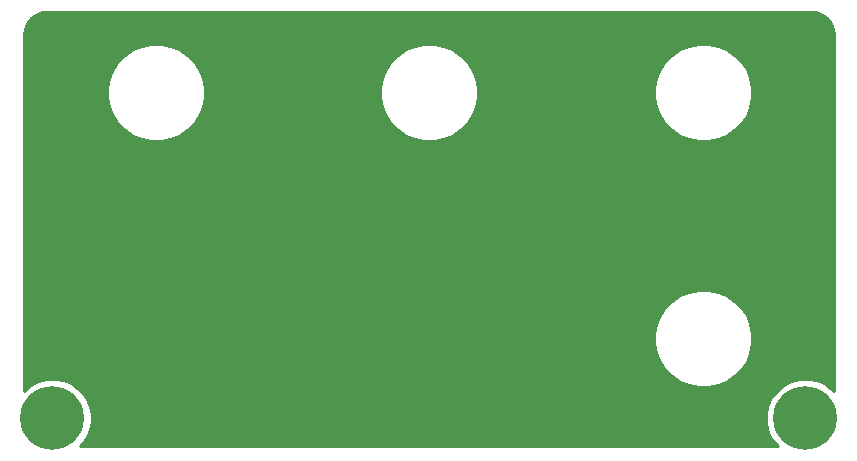
<source format=gbr>
G04 #@! TF.GenerationSoftware,KiCad,Pcbnew,(5.1.6-0-10_14)*
G04 #@! TF.CreationDate,2020-06-02T19:47:16-04:00*
G04 #@! TF.ProjectId,RX EQ Shield - Faceplate,52582045-5120-4536-9869-656c64202d20,rev?*
G04 #@! TF.SameCoordinates,Original*
G04 #@! TF.FileFunction,Copper,L1,Top*
G04 #@! TF.FilePolarity,Positive*
%FSLAX46Y46*%
G04 Gerber Fmt 4.6, Leading zero omitted, Abs format (unit mm)*
G04 Created by KiCad (PCBNEW (5.1.6-0-10_14)) date 2020-06-02 19:47:16*
%MOMM*%
%LPD*%
G01*
G04 APERTURE LIST*
G04 #@! TA.AperFunction,ComponentPad*
%ADD10C,5.400000*%
G04 #@! TD*
G04 #@! TA.AperFunction,NonConductor*
%ADD11C,0.254000*%
G04 #@! TD*
G04 APERTURE END LIST*
D10*
X168402000Y-154432000D03*
X104648000Y-154432000D03*
D11*
G36*
X169274545Y-120078909D02*
G01*
X169625208Y-120184780D01*
X169948625Y-120356744D01*
X170232484Y-120588254D01*
X170465965Y-120870486D01*
X170640183Y-121192695D01*
X170748502Y-121542614D01*
X170790000Y-121937443D01*
X170790001Y-152103598D01*
X170527939Y-151841536D01*
X169981715Y-151476561D01*
X169374784Y-151225162D01*
X168730469Y-151097000D01*
X168073531Y-151097000D01*
X167429216Y-151225162D01*
X166822285Y-151476561D01*
X166276061Y-151841536D01*
X165811536Y-152306061D01*
X165446561Y-152852285D01*
X165195162Y-153459216D01*
X165067000Y-154103531D01*
X165067000Y-154760469D01*
X165195162Y-155404784D01*
X165446561Y-156011715D01*
X165811536Y-156557939D01*
X166073597Y-156820000D01*
X106976403Y-156820000D01*
X107238464Y-156557939D01*
X107603439Y-156011715D01*
X107854838Y-155404784D01*
X107983000Y-154760469D01*
X107983000Y-154103531D01*
X107854838Y-153459216D01*
X107603439Y-152852285D01*
X107238464Y-152306061D01*
X106773939Y-151841536D01*
X106227715Y-151476561D01*
X105620784Y-151225162D01*
X104976469Y-151097000D01*
X104319531Y-151097000D01*
X103675216Y-151225162D01*
X103068285Y-151476561D01*
X102522061Y-151841536D01*
X102260000Y-152103597D01*
X102260000Y-147286738D01*
X155631000Y-147286738D01*
X155631000Y-148101262D01*
X155789906Y-148900135D01*
X156101611Y-149652657D01*
X156554136Y-150329909D01*
X157130091Y-150905864D01*
X157807343Y-151358389D01*
X158559865Y-151670094D01*
X159358738Y-151829000D01*
X160173262Y-151829000D01*
X160972135Y-151670094D01*
X161724657Y-151358389D01*
X162401909Y-150905864D01*
X162977864Y-150329909D01*
X163430389Y-149652657D01*
X163742094Y-148900135D01*
X163901000Y-148101262D01*
X163901000Y-147286738D01*
X163742094Y-146487865D01*
X163430389Y-145735343D01*
X162977864Y-145058091D01*
X162401909Y-144482136D01*
X161724657Y-144029611D01*
X160972135Y-143717906D01*
X160173262Y-143559000D01*
X159358738Y-143559000D01*
X158559865Y-143717906D01*
X157807343Y-144029611D01*
X157130091Y-144482136D01*
X156554136Y-145058091D01*
X156101611Y-145735343D01*
X155789906Y-146487865D01*
X155631000Y-147286738D01*
X102260000Y-147286738D01*
X102260000Y-126458738D01*
X109276000Y-126458738D01*
X109276000Y-127273262D01*
X109434906Y-128072135D01*
X109746611Y-128824657D01*
X110199136Y-129501909D01*
X110775091Y-130077864D01*
X111452343Y-130530389D01*
X112204865Y-130842094D01*
X113003738Y-131001000D01*
X113818262Y-131001000D01*
X114617135Y-130842094D01*
X115369657Y-130530389D01*
X116046909Y-130077864D01*
X116622864Y-129501909D01*
X117075389Y-128824657D01*
X117387094Y-128072135D01*
X117546000Y-127273262D01*
X117546000Y-126458738D01*
X132390000Y-126458738D01*
X132390000Y-127273262D01*
X132548906Y-128072135D01*
X132860611Y-128824657D01*
X133313136Y-129501909D01*
X133889091Y-130077864D01*
X134566343Y-130530389D01*
X135318865Y-130842094D01*
X136117738Y-131001000D01*
X136932262Y-131001000D01*
X137731135Y-130842094D01*
X138483657Y-130530389D01*
X139160909Y-130077864D01*
X139736864Y-129501909D01*
X140189389Y-128824657D01*
X140501094Y-128072135D01*
X140660000Y-127273262D01*
X140660000Y-126458738D01*
X155631000Y-126458738D01*
X155631000Y-127273262D01*
X155789906Y-128072135D01*
X156101611Y-128824657D01*
X156554136Y-129501909D01*
X157130091Y-130077864D01*
X157807343Y-130530389D01*
X158559865Y-130842094D01*
X159358738Y-131001000D01*
X160173262Y-131001000D01*
X160972135Y-130842094D01*
X161724657Y-130530389D01*
X162401909Y-130077864D01*
X162977864Y-129501909D01*
X163430389Y-128824657D01*
X163742094Y-128072135D01*
X163901000Y-127273262D01*
X163901000Y-126458738D01*
X163742094Y-125659865D01*
X163430389Y-124907343D01*
X162977864Y-124230091D01*
X162401909Y-123654136D01*
X161724657Y-123201611D01*
X160972135Y-122889906D01*
X160173262Y-122731000D01*
X159358738Y-122731000D01*
X158559865Y-122889906D01*
X157807343Y-123201611D01*
X157130091Y-123654136D01*
X156554136Y-124230091D01*
X156101611Y-124907343D01*
X155789906Y-125659865D01*
X155631000Y-126458738D01*
X140660000Y-126458738D01*
X140501094Y-125659865D01*
X140189389Y-124907343D01*
X139736864Y-124230091D01*
X139160909Y-123654136D01*
X138483657Y-123201611D01*
X137731135Y-122889906D01*
X136932262Y-122731000D01*
X136117738Y-122731000D01*
X135318865Y-122889906D01*
X134566343Y-123201611D01*
X133889091Y-123654136D01*
X133313136Y-124230091D01*
X132860611Y-124907343D01*
X132548906Y-125659865D01*
X132390000Y-126458738D01*
X117546000Y-126458738D01*
X117387094Y-125659865D01*
X117075389Y-124907343D01*
X116622864Y-124230091D01*
X116046909Y-123654136D01*
X115369657Y-123201611D01*
X114617135Y-122889906D01*
X113818262Y-122731000D01*
X113003738Y-122731000D01*
X112204865Y-122889906D01*
X111452343Y-123201611D01*
X110775091Y-123654136D01*
X110199136Y-124230091D01*
X109746611Y-124907343D01*
X109434906Y-125659865D01*
X109276000Y-126458738D01*
X102260000Y-126458738D01*
X102260000Y-121952279D01*
X102298909Y-121555455D01*
X102404780Y-121204792D01*
X102576744Y-120881375D01*
X102808254Y-120597516D01*
X103090486Y-120364035D01*
X103412695Y-120189817D01*
X103762614Y-120081498D01*
X104157443Y-120040000D01*
X168877721Y-120040000D01*
X169274545Y-120078909D01*
G37*
X169274545Y-120078909D02*
X169625208Y-120184780D01*
X169948625Y-120356744D01*
X170232484Y-120588254D01*
X170465965Y-120870486D01*
X170640183Y-121192695D01*
X170748502Y-121542614D01*
X170790000Y-121937443D01*
X170790001Y-152103598D01*
X170527939Y-151841536D01*
X169981715Y-151476561D01*
X169374784Y-151225162D01*
X168730469Y-151097000D01*
X168073531Y-151097000D01*
X167429216Y-151225162D01*
X166822285Y-151476561D01*
X166276061Y-151841536D01*
X165811536Y-152306061D01*
X165446561Y-152852285D01*
X165195162Y-153459216D01*
X165067000Y-154103531D01*
X165067000Y-154760469D01*
X165195162Y-155404784D01*
X165446561Y-156011715D01*
X165811536Y-156557939D01*
X166073597Y-156820000D01*
X106976403Y-156820000D01*
X107238464Y-156557939D01*
X107603439Y-156011715D01*
X107854838Y-155404784D01*
X107983000Y-154760469D01*
X107983000Y-154103531D01*
X107854838Y-153459216D01*
X107603439Y-152852285D01*
X107238464Y-152306061D01*
X106773939Y-151841536D01*
X106227715Y-151476561D01*
X105620784Y-151225162D01*
X104976469Y-151097000D01*
X104319531Y-151097000D01*
X103675216Y-151225162D01*
X103068285Y-151476561D01*
X102522061Y-151841536D01*
X102260000Y-152103597D01*
X102260000Y-147286738D01*
X155631000Y-147286738D01*
X155631000Y-148101262D01*
X155789906Y-148900135D01*
X156101611Y-149652657D01*
X156554136Y-150329909D01*
X157130091Y-150905864D01*
X157807343Y-151358389D01*
X158559865Y-151670094D01*
X159358738Y-151829000D01*
X160173262Y-151829000D01*
X160972135Y-151670094D01*
X161724657Y-151358389D01*
X162401909Y-150905864D01*
X162977864Y-150329909D01*
X163430389Y-149652657D01*
X163742094Y-148900135D01*
X163901000Y-148101262D01*
X163901000Y-147286738D01*
X163742094Y-146487865D01*
X163430389Y-145735343D01*
X162977864Y-145058091D01*
X162401909Y-144482136D01*
X161724657Y-144029611D01*
X160972135Y-143717906D01*
X160173262Y-143559000D01*
X159358738Y-143559000D01*
X158559865Y-143717906D01*
X157807343Y-144029611D01*
X157130091Y-144482136D01*
X156554136Y-145058091D01*
X156101611Y-145735343D01*
X155789906Y-146487865D01*
X155631000Y-147286738D01*
X102260000Y-147286738D01*
X102260000Y-126458738D01*
X109276000Y-126458738D01*
X109276000Y-127273262D01*
X109434906Y-128072135D01*
X109746611Y-128824657D01*
X110199136Y-129501909D01*
X110775091Y-130077864D01*
X111452343Y-130530389D01*
X112204865Y-130842094D01*
X113003738Y-131001000D01*
X113818262Y-131001000D01*
X114617135Y-130842094D01*
X115369657Y-130530389D01*
X116046909Y-130077864D01*
X116622864Y-129501909D01*
X117075389Y-128824657D01*
X117387094Y-128072135D01*
X117546000Y-127273262D01*
X117546000Y-126458738D01*
X132390000Y-126458738D01*
X132390000Y-127273262D01*
X132548906Y-128072135D01*
X132860611Y-128824657D01*
X133313136Y-129501909D01*
X133889091Y-130077864D01*
X134566343Y-130530389D01*
X135318865Y-130842094D01*
X136117738Y-131001000D01*
X136932262Y-131001000D01*
X137731135Y-130842094D01*
X138483657Y-130530389D01*
X139160909Y-130077864D01*
X139736864Y-129501909D01*
X140189389Y-128824657D01*
X140501094Y-128072135D01*
X140660000Y-127273262D01*
X140660000Y-126458738D01*
X155631000Y-126458738D01*
X155631000Y-127273262D01*
X155789906Y-128072135D01*
X156101611Y-128824657D01*
X156554136Y-129501909D01*
X157130091Y-130077864D01*
X157807343Y-130530389D01*
X158559865Y-130842094D01*
X159358738Y-131001000D01*
X160173262Y-131001000D01*
X160972135Y-130842094D01*
X161724657Y-130530389D01*
X162401909Y-130077864D01*
X162977864Y-129501909D01*
X163430389Y-128824657D01*
X163742094Y-128072135D01*
X163901000Y-127273262D01*
X163901000Y-126458738D01*
X163742094Y-125659865D01*
X163430389Y-124907343D01*
X162977864Y-124230091D01*
X162401909Y-123654136D01*
X161724657Y-123201611D01*
X160972135Y-122889906D01*
X160173262Y-122731000D01*
X159358738Y-122731000D01*
X158559865Y-122889906D01*
X157807343Y-123201611D01*
X157130091Y-123654136D01*
X156554136Y-124230091D01*
X156101611Y-124907343D01*
X155789906Y-125659865D01*
X155631000Y-126458738D01*
X140660000Y-126458738D01*
X140501094Y-125659865D01*
X140189389Y-124907343D01*
X139736864Y-124230091D01*
X139160909Y-123654136D01*
X138483657Y-123201611D01*
X137731135Y-122889906D01*
X136932262Y-122731000D01*
X136117738Y-122731000D01*
X135318865Y-122889906D01*
X134566343Y-123201611D01*
X133889091Y-123654136D01*
X133313136Y-124230091D01*
X132860611Y-124907343D01*
X132548906Y-125659865D01*
X132390000Y-126458738D01*
X117546000Y-126458738D01*
X117387094Y-125659865D01*
X117075389Y-124907343D01*
X116622864Y-124230091D01*
X116046909Y-123654136D01*
X115369657Y-123201611D01*
X114617135Y-122889906D01*
X113818262Y-122731000D01*
X113003738Y-122731000D01*
X112204865Y-122889906D01*
X111452343Y-123201611D01*
X110775091Y-123654136D01*
X110199136Y-124230091D01*
X109746611Y-124907343D01*
X109434906Y-125659865D01*
X109276000Y-126458738D01*
X102260000Y-126458738D01*
X102260000Y-121952279D01*
X102298909Y-121555455D01*
X102404780Y-121204792D01*
X102576744Y-120881375D01*
X102808254Y-120597516D01*
X103090486Y-120364035D01*
X103412695Y-120189817D01*
X103762614Y-120081498D01*
X104157443Y-120040000D01*
X168877721Y-120040000D01*
X169274545Y-120078909D01*
M02*

</source>
